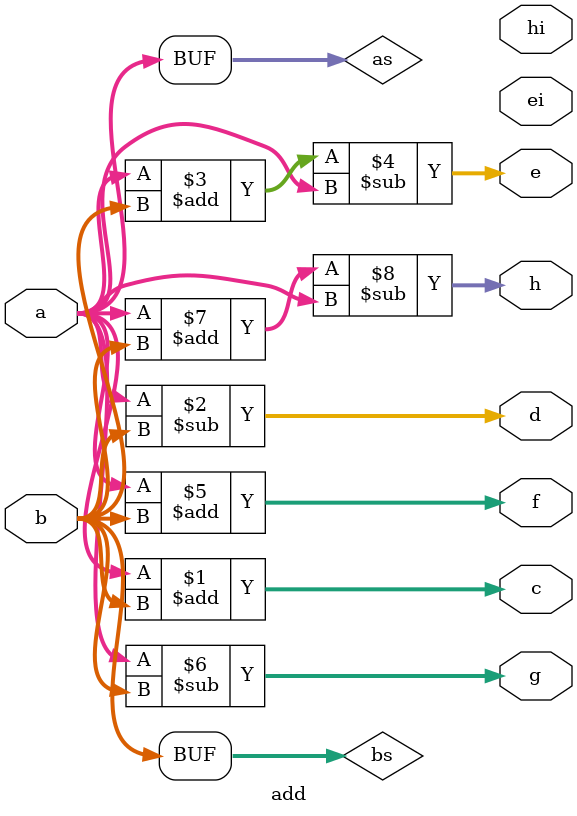
<source format=v>
module add(input [7:0] a, input [7:0] b,
  output [7:0] c,
  output [7:0] d,
  output [7:0] e,
  output [7:0] ei,
  output signed [7:0] f,
  output signed [7:0] g,
  output signed [7:0] h,
  output signed [7:0] hi
);

  assign c = a + b;
  assign d = a - b;
  assign e = a + b - a;
  //assign ei = - a - b;

  wire signed [7:0] as = a;
  wire signed [7:0] bs = b;

  assign f = as + bs;
  assign g = as - bs;
  assign h = as + bs - as;
  //assign hi = -as - bs;

endmodule


</source>
